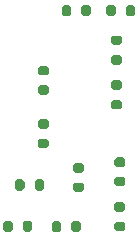
<source format=gbp>
%TF.GenerationSoftware,KiCad,Pcbnew,(5.1.10)-1*%
%TF.CreationDate,2021-11-25T14:26:07+01:00*%
%TF.ProjectId,POWER_BOARD,504f5745-525f-4424-9f41-52442e6b6963,V01*%
%TF.SameCoordinates,Original*%
%TF.FileFunction,Paste,Bot*%
%TF.FilePolarity,Positive*%
%FSLAX46Y46*%
G04 Gerber Fmt 4.6, Leading zero omitted, Abs format (unit mm)*
G04 Created by KiCad (PCBNEW (5.1.10)-1) date 2021-11-25 14:26:07*
%MOMM*%
%LPD*%
G01*
G04 APERTURE LIST*
G04 APERTURE END LIST*
%TO.C,R2*%
G36*
G01*
X138644200Y-106638600D02*
X139194200Y-106638600D01*
G75*
G02*
X139394200Y-106838600I0J-200000D01*
G01*
X139394200Y-107238600D01*
G75*
G02*
X139194200Y-107438600I-200000J0D01*
G01*
X138644200Y-107438600D01*
G75*
G02*
X138444200Y-107238600I0J200000D01*
G01*
X138444200Y-106838600D01*
G75*
G02*
X138644200Y-106638600I200000J0D01*
G01*
G37*
G36*
G01*
X138644200Y-104988600D02*
X139194200Y-104988600D01*
G75*
G02*
X139394200Y-105188600I0J-200000D01*
G01*
X139394200Y-105588600D01*
G75*
G02*
X139194200Y-105788600I-200000J0D01*
G01*
X138644200Y-105788600D01*
G75*
G02*
X138444200Y-105588600I0J200000D01*
G01*
X138444200Y-105188600D01*
G75*
G02*
X138644200Y-104988600I200000J0D01*
G01*
G37*
%TD*%
%TO.C,R3*%
G36*
G01*
X138364800Y-96326200D02*
X138914800Y-96326200D01*
G75*
G02*
X139114800Y-96526200I0J-200000D01*
G01*
X139114800Y-96926200D01*
G75*
G02*
X138914800Y-97126200I-200000J0D01*
G01*
X138364800Y-97126200D01*
G75*
G02*
X138164800Y-96926200I0J200000D01*
G01*
X138164800Y-96526200D01*
G75*
G02*
X138364800Y-96326200I200000J0D01*
G01*
G37*
G36*
G01*
X138364800Y-94676200D02*
X138914800Y-94676200D01*
G75*
G02*
X139114800Y-94876200I0J-200000D01*
G01*
X139114800Y-95276200D01*
G75*
G02*
X138914800Y-95476200I-200000J0D01*
G01*
X138364800Y-95476200D01*
G75*
G02*
X138164800Y-95276200I0J200000D01*
G01*
X138164800Y-94876200D01*
G75*
G02*
X138364800Y-94676200I200000J0D01*
G01*
G37*
%TD*%
%TO.C,R4*%
G36*
G01*
X138644200Y-101204000D02*
X139194200Y-101204000D01*
G75*
G02*
X139394200Y-101404000I0J-200000D01*
G01*
X139394200Y-101804000D01*
G75*
G02*
X139194200Y-102004000I-200000J0D01*
G01*
X138644200Y-102004000D01*
G75*
G02*
X138444200Y-101804000I0J200000D01*
G01*
X138444200Y-101404000D01*
G75*
G02*
X138644200Y-101204000I200000J0D01*
G01*
G37*
G36*
G01*
X138644200Y-102854000D02*
X139194200Y-102854000D01*
G75*
G02*
X139394200Y-103054000I0J-200000D01*
G01*
X139394200Y-103454000D01*
G75*
G02*
X139194200Y-103654000I-200000J0D01*
G01*
X138644200Y-103654000D01*
G75*
G02*
X138444200Y-103454000I0J200000D01*
G01*
X138444200Y-103054000D01*
G75*
G02*
X138644200Y-102854000I200000J0D01*
G01*
G37*
%TD*%
%TO.C,R5*%
G36*
G01*
X138364800Y-90891600D02*
X138914800Y-90891600D01*
G75*
G02*
X139114800Y-91091600I0J-200000D01*
G01*
X139114800Y-91491600D01*
G75*
G02*
X138914800Y-91691600I-200000J0D01*
G01*
X138364800Y-91691600D01*
G75*
G02*
X138164800Y-91491600I0J200000D01*
G01*
X138164800Y-91091600D01*
G75*
G02*
X138364800Y-90891600I200000J0D01*
G01*
G37*
G36*
G01*
X138364800Y-92541600D02*
X138914800Y-92541600D01*
G75*
G02*
X139114800Y-92741600I0J-200000D01*
G01*
X139114800Y-93141600D01*
G75*
G02*
X138914800Y-93341600I-200000J0D01*
G01*
X138364800Y-93341600D01*
G75*
G02*
X138164800Y-93141600I0J200000D01*
G01*
X138164800Y-92741600D01*
G75*
G02*
X138364800Y-92541600I200000J0D01*
G01*
G37*
%TD*%
%TO.C,R8*%
G36*
G01*
X134809800Y-107340000D02*
X134809800Y-106790000D01*
G75*
G02*
X135009800Y-106590000I200000J0D01*
G01*
X135409800Y-106590000D01*
G75*
G02*
X135609800Y-106790000I0J-200000D01*
G01*
X135609800Y-107340000D01*
G75*
G02*
X135409800Y-107540000I-200000J0D01*
G01*
X135009800Y-107540000D01*
G75*
G02*
X134809800Y-107340000I0J200000D01*
G01*
G37*
G36*
G01*
X133159800Y-107340000D02*
X133159800Y-106790000D01*
G75*
G02*
X133359800Y-106590000I200000J0D01*
G01*
X133759800Y-106590000D01*
G75*
G02*
X133959800Y-106790000I0J-200000D01*
G01*
X133959800Y-107340000D01*
G75*
G02*
X133759800Y-107540000I-200000J0D01*
G01*
X133359800Y-107540000D01*
G75*
G02*
X133159800Y-107340000I0J200000D01*
G01*
G37*
%TD*%
%TO.C,R9*%
G36*
G01*
X129052100Y-107310600D02*
X129052100Y-106760600D01*
G75*
G02*
X129252100Y-106560600I200000J0D01*
G01*
X129652100Y-106560600D01*
G75*
G02*
X129852100Y-106760600I0J-200000D01*
G01*
X129852100Y-107310600D01*
G75*
G02*
X129652100Y-107510600I-200000J0D01*
G01*
X129252100Y-107510600D01*
G75*
G02*
X129052100Y-107310600I0J200000D01*
G01*
G37*
G36*
G01*
X130702100Y-107310600D02*
X130702100Y-106760600D01*
G75*
G02*
X130902100Y-106560600I200000J0D01*
G01*
X131302100Y-106560600D01*
G75*
G02*
X131502100Y-106760600I0J-200000D01*
G01*
X131502100Y-107310600D01*
G75*
G02*
X131302100Y-107510600I-200000J0D01*
G01*
X130902100Y-107510600D01*
G75*
G02*
X130702100Y-107310600I0J200000D01*
G01*
G37*
%TD*%
%TO.C,R10*%
G36*
G01*
X139407200Y-89052000D02*
X139407200Y-88502000D01*
G75*
G02*
X139607200Y-88302000I200000J0D01*
G01*
X140007200Y-88302000D01*
G75*
G02*
X140207200Y-88502000I0J-200000D01*
G01*
X140207200Y-89052000D01*
G75*
G02*
X140007200Y-89252000I-200000J0D01*
G01*
X139607200Y-89252000D01*
G75*
G02*
X139407200Y-89052000I0J200000D01*
G01*
G37*
G36*
G01*
X137757200Y-89052000D02*
X137757200Y-88502000D01*
G75*
G02*
X137957200Y-88302000I200000J0D01*
G01*
X138357200Y-88302000D01*
G75*
G02*
X138557200Y-88502000I0J-200000D01*
G01*
X138557200Y-89052000D01*
G75*
G02*
X138357200Y-89252000I-200000J0D01*
G01*
X137957200Y-89252000D01*
G75*
G02*
X137757200Y-89052000I0J200000D01*
G01*
G37*
%TD*%
%TO.C,R11*%
G36*
G01*
X133999000Y-89052000D02*
X133999000Y-88502000D01*
G75*
G02*
X134199000Y-88302000I200000J0D01*
G01*
X134599000Y-88302000D01*
G75*
G02*
X134799000Y-88502000I0J-200000D01*
G01*
X134799000Y-89052000D01*
G75*
G02*
X134599000Y-89252000I-200000J0D01*
G01*
X134199000Y-89252000D01*
G75*
G02*
X133999000Y-89052000I0J200000D01*
G01*
G37*
G36*
G01*
X135649000Y-89052000D02*
X135649000Y-88502000D01*
G75*
G02*
X135849000Y-88302000I200000J0D01*
G01*
X136249000Y-88302000D01*
G75*
G02*
X136449000Y-88502000I0J-200000D01*
G01*
X136449000Y-89052000D01*
G75*
G02*
X136249000Y-89252000I-200000J0D01*
G01*
X135849000Y-89252000D01*
G75*
G02*
X135649000Y-89052000I0J200000D01*
G01*
G37*
%TD*%
%TO.C,R14*%
G36*
G01*
X135139000Y-101686600D02*
X135689000Y-101686600D01*
G75*
G02*
X135889000Y-101886600I0J-200000D01*
G01*
X135889000Y-102286600D01*
G75*
G02*
X135689000Y-102486600I-200000J0D01*
G01*
X135139000Y-102486600D01*
G75*
G02*
X134939000Y-102286600I0J200000D01*
G01*
X134939000Y-101886600D01*
G75*
G02*
X135139000Y-101686600I200000J0D01*
G01*
G37*
G36*
G01*
X135139000Y-103336600D02*
X135689000Y-103336600D01*
G75*
G02*
X135889000Y-103536600I0J-200000D01*
G01*
X135889000Y-103936600D01*
G75*
G02*
X135689000Y-104136600I-200000J0D01*
G01*
X135139000Y-104136600D01*
G75*
G02*
X134939000Y-103936600I0J200000D01*
G01*
X134939000Y-103536600D01*
G75*
G02*
X135139000Y-103336600I200000J0D01*
G01*
G37*
%TD*%
%TO.C,R15*%
G36*
G01*
X130861000Y-103259400D02*
X130861000Y-103809400D01*
G75*
G02*
X130661000Y-104009400I-200000J0D01*
G01*
X130261000Y-104009400D01*
G75*
G02*
X130061000Y-103809400I0J200000D01*
G01*
X130061000Y-103259400D01*
G75*
G02*
X130261000Y-103059400I200000J0D01*
G01*
X130661000Y-103059400D01*
G75*
G02*
X130861000Y-103259400I0J-200000D01*
G01*
G37*
G36*
G01*
X132511000Y-103259400D02*
X132511000Y-103809400D01*
G75*
G02*
X132311000Y-104009400I-200000J0D01*
G01*
X131911000Y-104009400D01*
G75*
G02*
X131711000Y-103809400I0J200000D01*
G01*
X131711000Y-103259400D01*
G75*
G02*
X131911000Y-103059400I200000J0D01*
G01*
X132311000Y-103059400D01*
G75*
G02*
X132511000Y-103259400I0J-200000D01*
G01*
G37*
%TD*%
%TO.C,R16*%
G36*
G01*
X132167200Y-97978200D02*
X132717200Y-97978200D01*
G75*
G02*
X132917200Y-98178200I0J-200000D01*
G01*
X132917200Y-98578200D01*
G75*
G02*
X132717200Y-98778200I-200000J0D01*
G01*
X132167200Y-98778200D01*
G75*
G02*
X131967200Y-98578200I0J200000D01*
G01*
X131967200Y-98178200D01*
G75*
G02*
X132167200Y-97978200I200000J0D01*
G01*
G37*
G36*
G01*
X132167200Y-99628200D02*
X132717200Y-99628200D01*
G75*
G02*
X132917200Y-99828200I0J-200000D01*
G01*
X132917200Y-100228200D01*
G75*
G02*
X132717200Y-100428200I-200000J0D01*
G01*
X132167200Y-100428200D01*
G75*
G02*
X131967200Y-100228200I0J200000D01*
G01*
X131967200Y-99828200D01*
G75*
G02*
X132167200Y-99628200I200000J0D01*
G01*
G37*
%TD*%
%TO.C,R17*%
G36*
G01*
X132167200Y-95108000D02*
X132717200Y-95108000D01*
G75*
G02*
X132917200Y-95308000I0J-200000D01*
G01*
X132917200Y-95708000D01*
G75*
G02*
X132717200Y-95908000I-200000J0D01*
G01*
X132167200Y-95908000D01*
G75*
G02*
X131967200Y-95708000I0J200000D01*
G01*
X131967200Y-95308000D01*
G75*
G02*
X132167200Y-95108000I200000J0D01*
G01*
G37*
G36*
G01*
X132167200Y-93458000D02*
X132717200Y-93458000D01*
G75*
G02*
X132917200Y-93658000I0J-200000D01*
G01*
X132917200Y-94058000D01*
G75*
G02*
X132717200Y-94258000I-200000J0D01*
G01*
X132167200Y-94258000D01*
G75*
G02*
X131967200Y-94058000I0J200000D01*
G01*
X131967200Y-93658000D01*
G75*
G02*
X132167200Y-93458000I200000J0D01*
G01*
G37*
%TD*%
M02*

</source>
